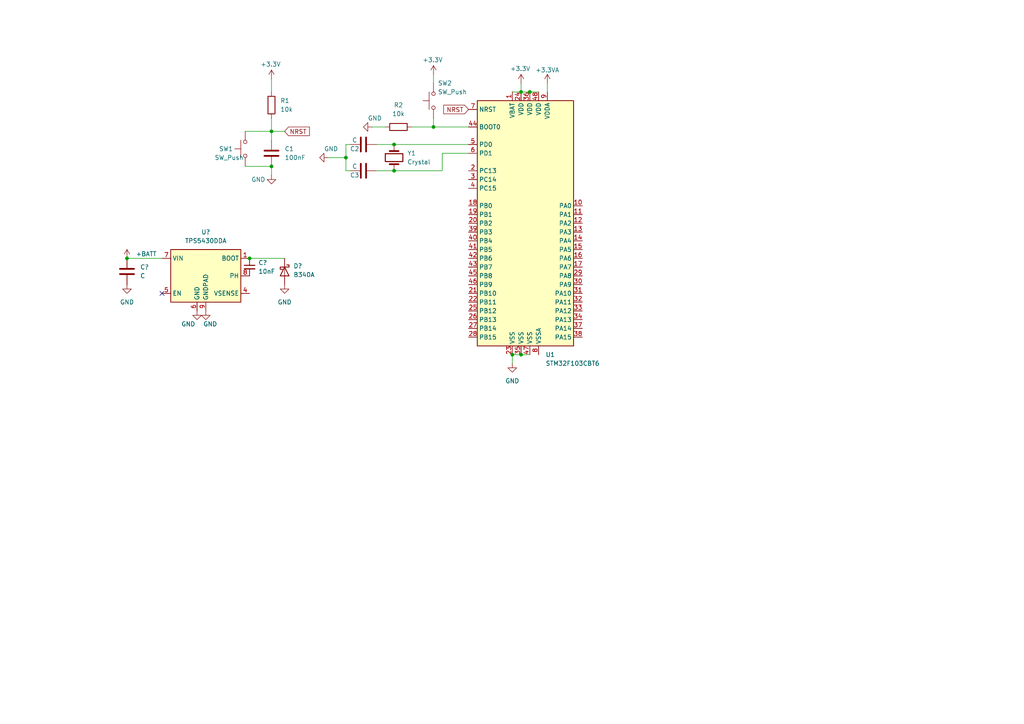
<source format=kicad_sch>
(kicad_sch (version 20211123) (generator eeschema)
  (paper "A4")
  (title_block (title "StepperServoCAN") (company "RetroPilot") (comment 1 "Licensed under CERN-OHL-S v2"))
  (lib_symbols
    (symbol "Device:C" (pin_numbers hide) (pin_names (offset 0.254))
      (property "Reference" "C" (at 0.635 2.54 0))
      (property "Value" "C" (at 0.635 -2.54 0))
      (symbol "C_0_1"
        (polyline (pts (xy -2.032 -0.762) (xy 2.032 -0.762)) (stroke (width 0.508)))
        (polyline (pts (xy -2.032 0.762) (xy 2.032 0.762)) (stroke (width 0.508)))
      )
      (symbol "C_1_1"
        (pin passive line (at 0 3.81 270) (length 2.794) (name "~") (number "1"))
        (pin passive line (at 0 -3.81 90) (length 2.794) (name "~") (number "2"))
      )
    )
    (symbol "Device:C_Small" (pin_numbers hide) (pin_names (offset 0.254) hide)
      (property "Reference" "C" (at 0.254 1.778 0))
      (property "Value" "C_Small" (at 0.254 -2.032 0))
      (symbol "C_Small_0_1"
        (polyline (pts (xy -1.524 -0.508) (xy 1.524 -0.508)) (stroke (width 0.3302)))
        (polyline (pts (xy -1.524 0.508) (xy 1.524 0.508)) (stroke (width 0.3048)))
      )
      (symbol "C_Small_1_1"
        (pin passive line (at 0 2.54 270) (length 2.032) (name "~") (number "1"))
        (pin passive line (at 0 -2.54 90) (length 2.032) (name "~") (number "2"))
      )
    )
    (symbol "Device:Crystal" (pin_numbers hide) (pin_names (offset 1.016) hide)
      (property "Reference" "Y" (at 0 3.81 0))
      (property "Value" "Crystal" (at 0 -3.81 0))
      (symbol "Crystal_0_1"
        (rectangle (start -1.143 2.54) (end 1.143 -2.54) (stroke (width 0.3048)))
        (polyline (pts (xy -2.54 0) (xy -1.905 0)))
        (polyline (pts (xy -1.905 -1.27) (xy -1.905 1.27)) (stroke (width 0.508)))
        (polyline (pts (xy 1.905 -1.27) (xy 1.905 1.27)) (stroke (width 0.508)))
        (polyline (pts (xy 2.54 0) (xy 1.905 0)))
      )
      (symbol "Crystal_1_1"
        (pin passive line (at -3.81 0 0) (length 1.27) (name "1") (number "1"))
        (pin passive line (at 3.81 0 180) (length 1.27) (name "2") (number "2"))
      )
    )
    (symbol "Device:R" (pin_numbers hide) (pin_names (offset 0))
      (property "Reference" "R" (at 2.032 0 90))
      (property "Value" "R" (at 0 0 90))
      (symbol "R_0_1"
        (rectangle (start -1.016 -2.54) (end 1.016 2.54) (stroke (width 0.254)))
      )
      (symbol "R_1_1"
        (pin passive line (at 0 3.81 270) (length 1.27) (name "~") (number "1"))
        (pin passive line (at 0 -3.81 90) (length 1.27) (name "~") (number "2"))
      )
    )
    (symbol "Diode:B340" (pin_numbers hide) (pin_names (offset 1.016) hide)
      (property "Reference" "D" (at 0 2.54 0))
      (property "Value" "B340" (at 0 -2.54 0))
      (symbol "B340_0_1"
        (polyline (pts (xy 1.27 0) (xy -1.27 0)))
        (polyline (pts (xy 1.27 1.27) (xy 1.27 -1.27) (xy -1.27 0) (xy 1.27 1.27)) (stroke (width 0.254)))
        (polyline (pts (xy -1.905 0.635) (xy -1.905 1.27) (xy -1.27 1.27) (xy -1.27 -1.27) (xy -0.635 -1.27) (xy -0.635 -0.635)) (stroke (width 0.254)))
      )
      (symbol "B340_1_1"
        (pin passive line (at -3.81 0 0) (length 2.54) (name "K") (number "1"))
        (pin passive line (at 3.81 0 180) (length 2.54) (name "A") (number "2"))
      )
    )
    (symbol "MCU_ST_STM32F1:STM32F103CBTx"
      (property "Reference" "U" (at -15.24 36.83 0))
      (property "Value" "STM32F103CBTx" (at 7.62 36.83 0))
      (symbol "STM32F103CBTx_0_1"
        (rectangle (start -15.24 -35.56) (end 12.7 35.56) (stroke (width 0.254)) (fill (type background)))
      )
      (symbol "STM32F103CBTx_1_1"
        (pin power_in line (at -5.08 38.1 270) (length 2.54) (name "VBAT") (number "1"))
        (pin bidirectional line (at 15.24 5.08 180) (length 2.54) (name "PA0") (number "10"))
        (pin bidirectional line (at 15.24 2.54 180) (length 2.54) (name "PA1") (number "11"))
        (pin bidirectional line (at 15.24 0 180) (length 2.54) (name "PA2") (number "12"))
        (pin bidirectional line (at 15.24 -2.54 180) (length 2.54) (name "PA3") (number "13"))
        (pin bidirectional line (at 15.24 -5.08 180) (length 2.54) (name "PA4") (number "14"))
        (pin bidirectional line (at 15.24 -7.62 180) (length 2.54) (name "PA5") (number "15"))
        (pin bidirectional line (at 15.24 -10.16 180) (length 2.54) (name "PA6") (number "16"))
        (pin bidirectional line (at 15.24 -12.7 180) (length 2.54) (name "PA7") (number "17"))
        (pin bidirectional line (at -17.78 5.08 0) (length 2.54) (name "PB0") (number "18"))
        (pin bidirectional line (at -17.78 2.54 0) (length 2.54) (name "PB1") (number "19"))
        (pin bidirectional line (at -17.78 15.24 0) (length 2.54) (name "PC13") (number "2"))
        (pin bidirectional line (at -17.78 0 0) (length 2.54) (name "PB2") (number "20"))
        (pin bidirectional line (at -17.78 -20.32 0) (length 2.54) (name "PB10") (number "21"))
        (pin bidirectional line (at -17.78 -22.86 0) (length 2.54) (name "PB11") (number "22"))
        (pin power_in line (at -5.08 -38.1 90) (length 2.54) (name "VSS") (number "23"))
        (pin power_in line (at -2.54 38.1 270) (length 2.54) (name "VDD") (number "24"))
        (pin bidirectional line (at -17.78 -25.4 0) (length 2.54) (name "PB12") (number "25"))
        (pin bidirectional line (at -17.78 -27.94 0) (length 2.54) (name "PB13") (number "26"))
        (pin bidirectional line (at -17.78 -30.48 0) (length 2.54) (name "PB14") (number "27"))
        (pin bidirectional line (at -17.78 -33.02 0) (length 2.54) (name "PB15") (number "28"))
        (pin bidirectional line (at 15.24 -15.24 180) (length 2.54) (name "PA8") (number "29"))
        (pin bidirectional line (at -17.78 12.7 0) (length 2.54) (name "PC14") (number "3"))
        (pin bidirectional line (at 15.24 -17.78 180) (length 2.54) (name "PA9") (number "30"))
        (pin bidirectional line (at 15.24 -20.32 180) (length 2.54) (name "PA10") (number "31"))
        (pin bidirectional line (at 15.24 -22.86 180) (length 2.54) (name "PA11") (number "32"))
        (pin bidirectional line (at 15.24 -25.4 180) (length 2.54) (name "PA12") (number "33"))
        (pin bidirectional line (at 15.24 -27.94 180) (length 2.54) (name "PA13") (number "34"))
        (pin power_in line (at -2.54 -38.1 90) (length 2.54) (name "VSS") (number "35"))
        (pin power_in line (at 0 38.1 270) (length 2.54) (name "VDD") (number "36"))
        (pin bidirectional line (at 15.24 -30.48 180) (length 2.54) (name "PA14") (number "37"))
        (pin bidirectional line (at 15.24 -33.02 180) (length 2.54) (name "PA15") (number "38"))
        (pin bidirectional line (at -17.78 -2.54 0) (length 2.54) (name "PB3") (number "39"))
        (pin bidirectional line (at -17.78 10.16 0) (length 2.54) (name "PC15") (number "4"))
        (pin bidirectional line (at -17.78 -5.08 0) (length 2.54) (name "PB4") (number "40"))
        (pin bidirectional line (at -17.78 -7.62 0) (length 2.54) (name "PB5") (number "41"))
        (pin bidirectional line (at -17.78 -10.16 0) (length 2.54) (name "PB6") (number "42"))
        (pin bidirectional line (at -17.78 -12.7 0) (length 2.54) (name "PB7") (number "43"))
        (pin input line (at -17.78 27.94 0) (length 2.54) (name "BOOT0") (number "44"))
        (pin bidirectional line (at -17.78 -15.24 0) (length 2.54) (name "PB8") (number "45"))
        (pin bidirectional line (at -17.78 -17.78 0) (length 2.54) (name "PB9") (number "46"))
        (pin power_in line (at 0 -38.1 90) (length 2.54) (name "VSS") (number "47"))
        (pin power_in line (at 2.54 38.1 270) (length 2.54) (name "VDD") (number "48"))
        (pin input line (at -17.78 22.86 0) (length 2.54) (name "PD0") (number "5"))
        (pin input line (at -17.78 20.32 0) (length 2.54) (name "PD1") (number "6"))
        (pin input line (at -17.78 33.02 0) (length 2.54) (name "NRST") (number "7"))
        (pin power_in line (at 2.54 -38.1 90) (length 2.54) (name "VSSA") (number "8"))
        (pin power_in line (at 5.08 38.1 270) (length 2.54) (name "VDDA") (number "9"))
      )
    )
    (symbol "Regulator_Switching:TPS5430DDA"
      (property "Reference" "U" (at -10.16 8.89 0))
      (property "Value" "TPS5430DDA" (at -1.27 8.89 0))
      (symbol "TPS5430DDA_0_1"
        (rectangle (start -10.16 7.62) (end 10.16 -7.62) (stroke (width 0.254)) (fill (type background)))
      )
      (symbol "TPS5430DDA_1_1"
        (pin input line (at 12.7 5.08 180) (length 2.54) (name "BOOT") (number "1"))
        (pin no_connect line (at -10.16 2.54 0) (length 2.54) hide (name "NC") (number "2"))
        (pin no_connect line (at -10.16 -2.54 0) (length 2.54) hide (name "NC") (number "3"))
        (pin input line (at 12.7 -5.08 180) (length 2.54) (name "VSENSE") (number "4"))
        (pin input line (at -12.7 -5.08 0) (length 2.54) (name "EN") (number "5"))
        (pin power_in line (at -2.54 -10.16 90) (length 2.54) (name "GND") (number "6"))
        (pin power_in line (at -12.7 5.08 0) (length 2.54) (name "VIN") (number "7"))
        (pin output line (at 12.7 0 180) (length 2.54) (name "PH") (number "8"))
        (pin power_in line (at 0 -10.16 90) (length 2.54) (name "GNDPAD") (number "9"))
      )
    )
    (symbol "Switch:SW_Push" (pin_numbers hide) (pin_names (offset 1.016) hide)
      (property "Reference" "SW" (at 1.27 2.54 0))
      (property "Value" "SW_Push" (at 0 -1.524 0))
      (symbol "SW_Push_0_1"
        (circle (center -2.032 0) (radius 0.508))
        (polyline (pts (xy 0 1.27) (xy 0 3.048)))
        (polyline (pts (xy 2.54 1.27) (xy -2.54 1.27)))
        (circle (center 2.032 0) (radius 0.508))
        (pin passive line (at -5.08 0 0) (length 2.54) (name "1") (number "1"))
        (pin passive line (at 5.08 0 180) (length 2.54) (name "2") (number "2"))
      )
    )
    (symbol "power:+3.3V" (power) (pin_names (offset 0))
      (property "Value" "+3.3V" (at 0 3.556 0))
      (symbol "+3.3V_0_1"
        (polyline (pts (xy -0.762 1.27) (xy 0 2.54)))
        (polyline (pts (xy 0 0) (xy 0 2.54)))
        (polyline (pts (xy 0 2.54) (xy 0.762 1.27)))
      )
      (symbol "+3.3V_1_1"
        (pin power_in line (at 0 0 90) (length 0) hide (name "+3.3V") (number "1"))
      )
    )
    (symbol "power:+3.3VA" (power) (pin_names (offset 0))
      (property "Value" "+3.3VA" (at 0 3.556 0))
      (symbol "+3.3VA_0_1"
        (polyline (pts (xy -0.762 1.27) (xy 0 2.54)))
        (polyline (pts (xy 0 0) (xy 0 2.54)))
        (polyline (pts (xy 0 2.54) (xy 0.762 1.27)))
      )
      (symbol "+3.3VA_1_1"
        (pin power_in line (at 0 0 90) (length 0) hide (name "+3.3VA") (number "1"))
      )
    )
    (symbol "power:+BATT" (power) (pin_names (offset 0))
      (property "Value" "+BATT" (at 0 3.556 0))
      (symbol "+BATT_0_1"
        (polyline (pts (xy -0.762 1.27) (xy 0 2.54)))
        (polyline (pts (xy 0 0) (xy 0 2.54)))
        (polyline (pts (xy 0 2.54) (xy 0.762 1.27)))
      )
      (symbol "+BATT_1_1"
        (pin power_in line (at 0 0 90) (length 0) hide (name "+BATT") (number "1"))
      )
    )
    (symbol "power:GND" (power) (pin_names (offset 0))
      (property "Value" "GND" (at 0 -3.81 0))
      (symbol "GND_0_1"
        (polyline (pts (xy 0 0) (xy 0 -1.27) (xy 1.27 -1.27) (xy 0 -2.54) (xy -1.27 -1.27) (xy 0 -1.27)))
      )
      (symbol "GND_1_1"
        (pin power_in line (at 0 0 270) (length 0) hide (name "GND") (number "1"))
      )
    )
  )
  (junction (at 114.3 49.53))
  (junction (at 148.59 102.87))
  (junction (at 125.73 36.83))
  (junction (at 78.74 48.26))
  (junction (at 151.13 26.67))
  (junction (at 153.67 26.67))
  (junction (at 72.39 74.93))
  (junction (at 114.3 41.91))
  (junction (at 78.74 38.1))
  (junction (at 100.33 45.72))
  (junction (at 151.13 102.87))
  (junction (at 36.83 74.93))
  (no_connect (at 46.99 85.09))
  (wire (pts (xy 148.59 102.87) (xy 148.59 105.41)))
  (wire (pts (xy 100.33 41.91) (xy 101.6 41.91)))
  (wire (pts (xy 78.74 48.26) (xy 78.74 50.8)))
  (wire (pts (xy 125.73 34.29) (xy 125.73 36.83)))
  (wire (pts (xy 72.39 74.93) (xy 82.55 74.93)))
  (wire (pts (xy 148.59 102.87) (xy 151.13 102.87)))
  (wire (pts (xy 95.25 45.72) (xy 100.33 45.72)))
  (wire (pts (xy 71.12 38.1) (xy 78.74 38.1)))
  (wire (pts (xy 100.33 41.91) (xy 100.33 45.72)))
  (wire (pts (xy 151.13 24.13) (xy 151.13 26.67)))
  (wire (pts (xy 78.74 38.1) (xy 82.55 38.1)))
  (wire (pts (xy 71.12 48.26) (xy 78.74 48.26)))
  (wire (pts (xy 109.22 49.53) (xy 114.3 49.53)))
  (wire (pts (xy 109.22 41.91) (xy 114.3 41.91)))
  (wire (pts (xy 125.73 21.59) (xy 125.73 24.13)))
  (wire (pts (xy 78.74 22.86) (xy 78.74 26.67)))
  (wire (pts (xy 100.33 45.72) (xy 100.33 49.53)))
  (wire (pts (xy 78.74 38.1) (xy 78.74 40.64)))
  (wire (pts (xy 151.13 102.87) (xy 153.67 102.87)))
  (wire (pts (xy 151.13 26.67) (xy 153.67 26.67)))
  (wire (pts (xy 111.76 36.83) (xy 107.95 36.83)))
  (wire (pts (xy 128.27 49.53) (xy 128.27 44.45)))
  (wire (pts (xy 125.73 36.83) (xy 135.89 36.83)))
  (wire (pts (xy 128.27 44.45) (xy 135.89 44.45)))
  (wire (pts (xy 114.3 41.91) (xy 135.89 41.91)))
  (wire (pts (xy 119.38 36.83) (xy 125.73 36.83)))
  (wire (pts (xy 114.3 49.53) (xy 128.27 49.53)))
  (wire (pts (xy 158.75 24.13) (xy 158.75 26.67)))
  (wire (pts (xy 78.74 34.29) (xy 78.74 38.1)))
  (wire (pts (xy 36.83 74.93) (xy 46.99 74.93)))
  (wire (pts (xy 153.67 26.67) (xy 156.21 26.67)))
  (wire (pts (xy 100.33 49.53) (xy 101.6 49.53)))
  (wire (pts (xy 148.59 26.67) (xy 151.13 26.67)))
  (global_label "NRST" (shape input) (at 135.89 31.75 180) (property "Intersheet References" "${INTERSHEET_REFS}" (effects hide)))
  (global_label "NRST" (shape input) (at 82.55 38.1 0) (property "Intersheet References" "${INTERSHEET_REFS}" (effects hide)))
  (symbol (lib_id "power:+3.3V") (at 125.73 21.59 0) (unit 1)
    (property "Reference" "#PWR0101" (effects hide))
    (property "Value" "+3.3V" (at 125.4819 17.3821 0))
  )
  (symbol (lib_id "Diode:B340") (at 82.55 78.74 270) (unit 1)
    (property "Reference" "D?" (at 85.09 77.1524 90) (effects (justify left)))
    (property "Value" "B340A" (at 85.09 79.6924 90) (effects (justify left)))
    (property "Footprint" "Diode_SMD:D_SMC" (effects hide))
    (property "Datasheet" "http://www.jameco.com/Jameco/Products/ProdDS/1538777.pdf" (effects hide))
  )
  (symbol (lib_id "power:GND") (at 82.55 82.55 0) (unit 1)
    (property "Reference" "#PWR?" (effects hide))
    (property "Value" "GND" (at 82.55 87.63 0))
  )
  (symbol (lib_id "power:GND") (at 148.59 105.41 0) (unit 1)
    (property "Reference" "#PWR0107" (effects hide))
    (property "Value" "GND" (at 148.59 110.49 0))
  )
  (symbol (lib_id "power:GND") (at 59.69 90.17 0) (unit 1)
    (property "Reference" "#PWR?" (effects hide))
    (property "Value" "GND" (at 60.96 93.98 0))
  )
  (symbol (lib_id "power:GND") (at 107.95 36.83 270) (unit 1)
    (property "Reference" "#PWR0102" (effects hide))
    (property "Value" "GND" (at 106.68 34.29 90) (effects (justify left)))
  )
  (symbol (lib_id "power:GND") (at 95.25 45.72 270) (unit 1)
    (property "Reference" "#PWR0103" (effects hide))
    (property "Value" "GND" (at 93.98 43.18 90) (effects (justify left)))
  )
  (symbol (lib_id "power:+BATT") (at 36.83 74.93 0) (unit 1)
    (property "Reference" "#PWR?" (effects hide))
    (property "Value" "+BATT" (at 39.37 73.6599 0) (effects (justify left)))
  )
  (symbol (lib_id "Switch:SW_Push") (at 125.73 29.21 90) (unit 1)
    (property "Reference" "SW2" (at 127 24.13 90) (effects (justify right)))
    (property "Value" "SW_Push" (at 127 26.67 90) (effects (justify right)))
  )
  (symbol (lib_id "Device:Crystal") (at 114.3 45.72 270) (unit 1)
    (property "Reference" "Y1" (at 118.11 44.4499 90) (effects (justify left)))
    (property "Value" "Crystal" (at 118.11 46.9899 90) (effects (justify left)))
    (property "Footprint" "Crystal:Crystal_SMD_EuroQuartz_MT-4Pin_3.2x2.5mm_HandSoldering" (effects hide))
  )
  (symbol (lib_id "Device:C_Small") (at 72.39 77.47 0) (unit 1)
    (property "Reference" "C?" (at 74.93 76.2062 0) (effects (justify left)))
    (property "Value" "10nF" (at 74.93 78.74 0) (effects (justify left)))
  )
  (symbol (lib_id "Device:C") (at 105.41 41.91 90) (unit 1)
    (property "Reference" "C2" (at 102.87 43.18 90))
    (property "Value" "C" (at 102.87 40.64 90))
  )
  (symbol (lib_id "power:+3.3V") (at 151.13 24.13 0) (unit 1)
    (property "Reference" "#PWR0106" (effects hide))
    (property "Value" "+3.3V" (at 150.8819 19.9221 0))
  )
  (symbol (lib_id "power:+3.3VA") (at 158.75 24.13 0) (unit 1)
    (property "Reference" "#PWR0108" (effects hide))
    (property "Value" "+3.3VA" (at 158.75 20.32 0))
  )
  (symbol (lib_id "Switch:SW_Push") (at 71.12 43.18 90) (unit 1)
    (property "Reference" "SW1" (at 63.5 43.18 90) (effects (justify right)))
    (property "Value" "SW_Push" (at 62.23 45.72 90) (effects (justify right)))
  )
  (symbol (lib_id "power:GND") (at 78.74 50.8 0) (unit 1)
    (property "Reference" "#PWR0104" (effects hide))
    (property "Value" "GND" (at 74.93 52.07 0))
  )
  (symbol (lib_id "Device:C") (at 105.41 49.53 90) (unit 1)
    (property "Reference" "C3" (at 102.87 50.8 90))
    (property "Value" "C" (at 102.87 48.26 90))
  )
  (symbol (lib_id "Device:C") (at 36.83 78.74 0) (unit 1)
    (property "Reference" "C?" (at 40.64 77.4699 0) (effects (justify left)))
    (property "Value" "C" (at 40.64 80.0099 0) (effects (justify left)))
  )
  (symbol (lib_id "power:GND") (at 36.83 82.55 0) (unit 1)
    (property "Reference" "#PWR?" (effects hide))
    (property "Value" "GND" (at 36.83 87.63 0))
  )
  (symbol (lib_id "Device:R") (at 78.74 30.48 0) (unit 1)
    (property "Reference" "R1" (at 81.28 29.2099 0) (effects (justify left)))
    (property "Value" "10k" (at 81.28 31.7499 0) (effects (justify left)))
  )
  (symbol (lib_id "power:+3.3V") (at 78.74 22.86 0) (unit 1)
    (property "Reference" "#PWR0105" (effects hide))
    (property "Value" "+3.3V" (at 78.4919 18.6521 0))
  )
  (symbol (lib_id "MCU_ST_STM32F1:STM32F103CBTx") (at 153.67 64.77 0) (unit 1)
    (property "Reference" "U1" (at 158.2294 102.87 0) (effects (justify left)))
    (property "Value" "STM32F103CBT6" (at 158.2294 105.41 0) (effects (justify left)))
    (property "Footprint" "Package_QFP:LQFP-48_7x7mm_P0.5mm" (effects hide))
    (property "Datasheet" "http://www.st.com/st-web-ui/static/active/en/resource/technical/document/datasheet/CD00161566.pdf" (effects hide))
  )
  (symbol (lib_id "Regulator_Switching:TPS5430DDA") (at 59.69 80.01 0) (unit 1)
    (property "Reference" "U?" (at 59.69 67.31 0))
    (property "Value" "TPS5430DDA" (at 59.69 69.85 0))
    (property "Footprint" "Package_SO:TI_SO-PowerPAD-8_ThermalVias" (effects hide))
    (property "Datasheet" "http://www.ti.com/lit/ds/symlink/tps5430.pdf" (effects hide))
  )
  (symbol (lib_id "Device:C") (at 78.74 44.45 0) (unit 1)
    (property "Reference" "C1" (at 82.55 43.1799 0) (effects (justify left)))
    (property "Value" "100nF" (at 82.55 45.7199 0) (effects (justify left)))
  )
  (symbol (lib_id "power:GND") (at 57.15 90.17 0) (unit 1)
    (property "Reference" "#PWR?" (effects hide))
    (property "Value" "GND" (at 54.61 93.98 0))
  )
  (symbol (lib_id "Device:R") (at 115.57 36.83 270) (unit 1)
    (property "Reference" "R2" (at 115.57 30.48 90))
    (property "Value" "10k" (at 115.57 33.02 90))
  )
)
</source>
